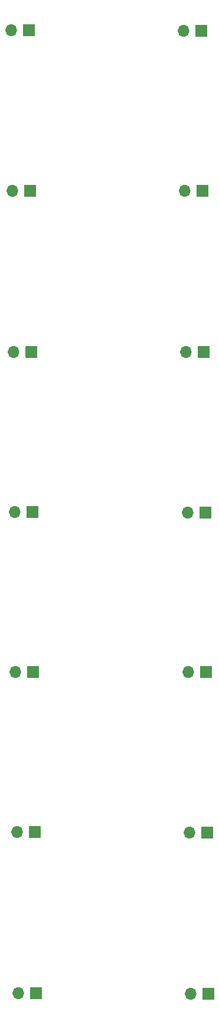
<source format=gbr>
%TF.GenerationSoftware,KiCad,Pcbnew,8.0.5*%
%TF.CreationDate,2024-12-11T00:13:19+01:00*%
%TF.ProjectId,battery-lvl-indicator-kicad.kicad_pcb-copy,62617474-6572-4792-9d6c-766c2d696e64,rev?*%
%TF.SameCoordinates,Original*%
%TF.FileFunction,Soldermask,Bot*%
%TF.FilePolarity,Negative*%
%FSLAX46Y46*%
G04 Gerber Fmt 4.6, Leading zero omitted, Abs format (unit mm)*
G04 Created by KiCad (PCBNEW 8.0.5) date 2024-12-11 00:13:19*
%MOMM*%
%LPD*%
G01*
G04 APERTURE LIST*
%ADD10O,1.700000X1.700000*%
%ADD11R,1.700000X1.700000*%
G04 APERTURE END LIST*
D10*
%TO.C,J1*%
X98552000Y-32308800D03*
D11*
X101092000Y-32308800D03*
%TD*%
D10*
%TO.C,J1*%
X99390200Y-146888200D03*
D11*
X101930200Y-146888200D03*
%TD*%
D10*
%TO.C,J1*%
X124129800Y-146939000D03*
D11*
X126669800Y-146939000D03*
%TD*%
D10*
%TO.C,J1*%
X123850400Y-101193600D03*
D11*
X126390400Y-101193600D03*
%TD*%
D10*
%TO.C,J1*%
X99187000Y-123977400D03*
D11*
X101727000Y-123977400D03*
%TD*%
D10*
%TO.C,J1*%
X123291600Y-32359600D03*
D11*
X125831600Y-32359600D03*
%TD*%
D10*
%TO.C,J1*%
X123926600Y-124028200D03*
D11*
X126466600Y-124028200D03*
%TD*%
D10*
%TO.C,J1*%
X123494800Y-55270400D03*
D11*
X126034800Y-55270400D03*
%TD*%
D10*
%TO.C,J1*%
X123647200Y-78282800D03*
D11*
X126187200Y-78282800D03*
%TD*%
D10*
%TO.C,J1*%
X99542600Y-169900600D03*
D11*
X102082600Y-169900600D03*
%TD*%
D10*
%TO.C,J1*%
X98755200Y-55219600D03*
D11*
X101295200Y-55219600D03*
%TD*%
D10*
%TO.C,J1*%
X124282200Y-169951400D03*
D11*
X126822200Y-169951400D03*
%TD*%
D10*
%TO.C,J1*%
X99110800Y-101142800D03*
D11*
X101650800Y-101142800D03*
%TD*%
D10*
%TO.C,J1*%
X98907600Y-78232000D03*
D11*
X101447600Y-78232000D03*
%TD*%
M02*

</source>
